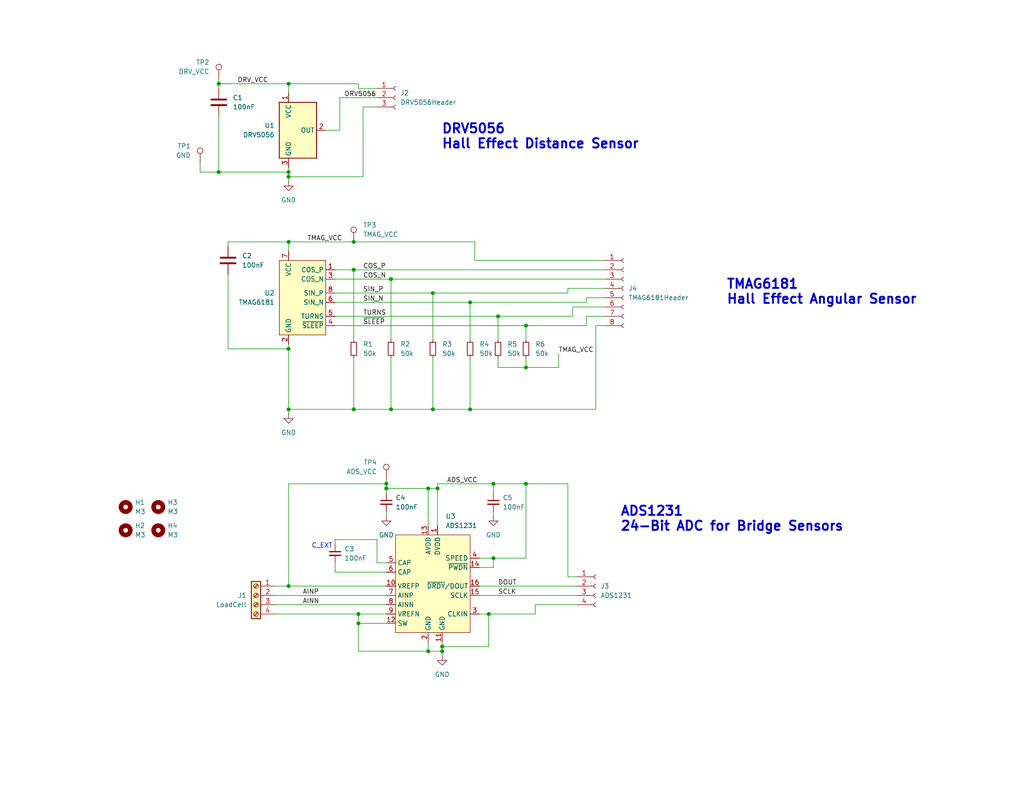
<source format=kicad_sch>
(kicad_sch (version 20231120) (generator "eeschema") (generator_version "8.0")
  (paper "USLetter")
  (title_block (title "Sim Racing Pedal Sensor Eval Board") (date "2024-09-02") (rev "v1") (company "jxorio.dev"))
  (lib_symbols
    (symbol "Connector:Conn_01x03_Socket" (pin_names (offset 1.016) hide)
      (property "Reference" "J" (at 0 5.08 0))
      (property "Value" "Conn_01x03_Socket" (at 0 -5.08 0))
      (symbol "Conn_01x03_Socket_1_1"
        (arc (start 0 -2.032) (mid -0.5058 -2.54) (end 0 -3.048) (stroke (width 0.1524)))
        (polyline (pts (xy -1.27 -2.54) (xy -0.508 -2.54)) (stroke (width 0.1524)))
        (polyline (pts (xy -1.27 0) (xy -0.508 0)) (stroke (width 0.1524)))
        (polyline (pts (xy -1.27 2.54) (xy -0.508 2.54)) (stroke (width 0.1524)))
        (arc (start 0 0.508) (mid -0.5058 0) (end 0 -0.508) (stroke (width 0.1524)))
        (arc (start 0 3.048) (mid -0.5058 2.54) (end 0 2.032) (stroke (width 0.1524)))
        (pin passive line (at -5.08 2.54 0) (length 3.81) (name "Pin_1") (number "1"))
        (pin passive line (at -5.08 0 0) (length 3.81) (name "Pin_2") (number "2"))
        (pin passive line (at -5.08 -2.54 0) (length 3.81) (name "Pin_3") (number "3"))
      )
    )
    (symbol "Connector:Conn_01x04_Socket" (pin_names (offset 1.016) hide)
      (property "Reference" "J" (at 0 5.08 0))
      (property "Value" "Conn_01x04_Socket" (at 0 -7.62 0))
      (symbol "Conn_01x04_Socket_1_1"
        (arc (start 0 -4.572) (mid -0.5058 -5.08) (end 0 -5.588) (stroke (width 0.1524)))
        (arc (start 0 -2.032) (mid -0.5058 -2.54) (end 0 -3.048) (stroke (width 0.1524)))
        (polyline (pts (xy -1.27 -5.08) (xy -0.508 -5.08)) (stroke (width 0.1524)))
        (polyline (pts (xy -1.27 -2.54) (xy -0.508 -2.54)) (stroke (width 0.1524)))
        (polyline (pts (xy -1.27 0) (xy -0.508 0)) (stroke (width 0.1524)))
        (polyline (pts (xy -1.27 2.54) (xy -0.508 2.54)) (stroke (width 0.1524)))
        (arc (start 0 0.508) (mid -0.5058 0) (end 0 -0.508) (stroke (width 0.1524)))
        (arc (start 0 3.048) (mid -0.5058 2.54) (end 0 2.032) (stroke (width 0.1524)))
        (pin passive line (at -5.08 2.54 0) (length 3.81) (name "Pin_1") (number "1"))
        (pin passive line (at -5.08 0 0) (length 3.81) (name "Pin_2") (number "2"))
        (pin passive line (at -5.08 -2.54 0) (length 3.81) (name "Pin_3") (number "3"))
        (pin passive line (at -5.08 -5.08 0) (length 3.81) (name "Pin_4") (number "4"))
      )
    )
    (symbol "Connector:Conn_01x08_Socket" (pin_names (offset 1.016) hide)
      (property "Reference" "J" (at 0 10.16 0))
      (property "Value" "Conn_01x08_Socket" (at 0 -12.7 0))
      (symbol "Conn_01x08_Socket_1_1"
        (arc (start 0 -9.652) (mid -0.5058 -10.16) (end 0 -10.668) (stroke (width 0.1524)))
        (arc (start 0 -7.112) (mid -0.5058 -7.62) (end 0 -8.128) (stroke (width 0.1524)))
        (arc (start 0 -4.572) (mid -0.5058 -5.08) (end 0 -5.588) (stroke (width 0.1524)))
        (arc (start 0 -2.032) (mid -0.5058 -2.54) (end 0 -3.048) (stroke (width 0.1524)))
        (polyline (pts (xy -1.27 -10.16) (xy -0.508 -10.16)) (stroke (width 0.1524)))
        (polyline (pts (xy -1.27 -7.62) (xy -0.508 -7.62)) (stroke (width 0.1524)))
        (polyline (pts (xy -1.27 -5.08) (xy -0.508 -5.08)) (stroke (width 0.1524)))
        (polyline (pts (xy -1.27 -2.54) (xy -0.508 -2.54)) (stroke (width 0.1524)))
        (polyline (pts (xy -1.27 0) (xy -0.508 0)) (stroke (width 0.1524)))
        (polyline (pts (xy -1.27 2.54) (xy -0.508 2.54)) (stroke (width 0.1524)))
        (polyline (pts (xy -1.27 5.08) (xy -0.508 5.08)) (stroke (width 0.1524)))
        (polyline (pts (xy -1.27 7.62) (xy -0.508 7.62)) (stroke (width 0.1524)))
        (arc (start 0 0.508) (mid -0.5058 0) (end 0 -0.508) (stroke (width 0.1524)))
        (arc (start 0 3.048) (mid -0.5058 2.54) (end 0 2.032) (stroke (width 0.1524)))
        (arc (start 0 5.588) (mid -0.5058 5.08) (end 0 4.572) (stroke (width 0.1524)))
        (arc (start 0 8.128) (mid -0.5058 7.62) (end 0 7.112) (stroke (width 0.1524)))
        (pin passive line (at -5.08 7.62 0) (length 3.81) (name "Pin_1") (number "1"))
        (pin passive line (at -5.08 5.08 0) (length 3.81) (name "Pin_2") (number "2"))
        (pin passive line (at -5.08 2.54 0) (length 3.81) (name "Pin_3") (number "3"))
        (pin passive line (at -5.08 0 0) (length 3.81) (name "Pin_4") (number "4"))
        (pin passive line (at -5.08 -2.54 0) (length 3.81) (name "Pin_5") (number "5"))
        (pin passive line (at -5.08 -5.08 0) (length 3.81) (name "Pin_6") (number "6"))
        (pin passive line (at -5.08 -7.62 0) (length 3.81) (name "Pin_7") (number "7"))
        (pin passive line (at -5.08 -10.16 0) (length 3.81) (name "Pin_8") (number "8"))
      )
    )
    (symbol "Connector:Screw_Terminal_01x04" (pin_names (offset 1.016) hide)
      (property "Reference" "J" (at 0 5.08 0))
      (property "Value" "Screw_Terminal_01x04" (at 0 -7.62 0))
      (symbol "Screw_Terminal_01x04_1_1"
        (rectangle (start -1.27 3.81) (end 1.27 -6.35) (stroke (width 0.254)) (fill (type background)))
        (circle (center 0 -5.08) (radius 0.635) (stroke (width 0.1524)))
        (circle (center 0 -2.54) (radius 0.635) (stroke (width 0.1524)))
        (polyline (pts (xy -0.5334 -4.7498) (xy 0.3302 -5.588)) (stroke (width 0.1524)))
        (polyline (pts (xy -0.5334 -2.2098) (xy 0.3302 -3.048)) (stroke (width 0.1524)))
        (polyline (pts (xy -0.5334 0.3302) (xy 0.3302 -0.508)) (stroke (width 0.1524)))
        (polyline (pts (xy -0.5334 2.8702) (xy 0.3302 2.032)) (stroke (width 0.1524)))
        (polyline (pts (xy -0.3556 -4.572) (xy 0.508 -5.4102)) (stroke (width 0.1524)))
        (polyline (pts (xy -0.3556 -2.032) (xy 0.508 -2.8702)) (stroke (width 0.1524)))
        (polyline (pts (xy -0.3556 0.508) (xy 0.508 -0.3302)) (stroke (width 0.1524)))
        (polyline (pts (xy -0.3556 3.048) (xy 0.508 2.2098)) (stroke (width 0.1524)))
        (circle (center 0 0) (radius 0.635) (stroke (width 0.1524)))
        (circle (center 0 2.54) (radius 0.635) (stroke (width 0.1524)))
        (pin passive line (at -5.08 2.54 0) (length 3.81) (name "Pin_1") (number "1"))
        (pin passive line (at -5.08 0 0) (length 3.81) (name "Pin_2") (number "2"))
        (pin passive line (at -5.08 -2.54 0) (length 3.81) (name "Pin_3") (number "3"))
        (pin passive line (at -5.08 -5.08 0) (length 3.81) (name "Pin_4") (number "4"))
      )
    )
    (symbol "Connector:TestPoint" (pin_numbers hide) (pin_names (offset 0.762) hide)
      (property "Reference" "TP" (at 0 6.858 0))
      (property "Value" "TestPoint" (at 0 5.08 0))
      (symbol "TestPoint_0_1"
        (circle (center 0 3.302) (radius 0.762))
      )
      (symbol "TestPoint_1_1"
        (pin passive line (at 0 0 90) (length 2.54) (name "1") (number "1"))
      )
    )
    (symbol "Device:C" (pin_numbers hide) (pin_names (offset 0.254))
      (property "Reference" "C" (at 0.635 2.54 0))
      (property "Value" "C" (at 0.635 -2.54 0))
      (symbol "C_0_1"
        (polyline (pts (xy -2.032 -0.762) (xy 2.032 -0.762)) (stroke (width 0.508)))
        (polyline (pts (xy -2.032 0.762) (xy 2.032 0.762)) (stroke (width 0.508)))
      )
      (symbol "C_1_1"
        (pin passive line (at 0 3.81 270) (length 2.794) (name "~") (number "1"))
        (pin passive line (at 0 -3.81 90) (length 2.794) (name "~") (number "2"))
      )
    )
    (symbol "Device:C_Small" (pin_numbers hide) (pin_names (offset 0.254) hide)
      (property "Reference" "C" (at 0.254 1.778 0))
      (property "Value" "C_Small" (at 0.254 -2.032 0))
      (symbol "C_Small_0_1"
        (polyline (pts (xy -1.524 -0.508) (xy 1.524 -0.508)) (stroke (width 0.3302)))
        (polyline (pts (xy -1.524 0.508) (xy 1.524 0.508)) (stroke (width 0.3048)))
      )
      (symbol "C_Small_1_1"
        (pin passive line (at 0 2.54 270) (length 2.032) (name "~") (number "1"))
        (pin passive line (at 0 -2.54 90) (length 2.032) (name "~") (number "2"))
      )
    )
    (symbol "Device:R_Small" (pin_numbers hide) (pin_names (offset 0.254) hide)
      (property "Reference" "R" (at 0.762 0.508 0))
      (property "Value" "R_Small" (at 0.762 -1.016 0))
      (symbol "R_Small_0_1"
        (rectangle (start -0.762 1.778) (end 0.762 -1.778) (stroke (width 0.2032)))
      )
      (symbol "R_Small_1_1"
        (pin passive line (at 0 2.54 270) (length 0.762) (name "~") (number "1"))
        (pin passive line (at 0 -2.54 90) (length 0.762) (name "~") (number "2"))
      )
    )
    (symbol "Mechanical:MountingHole" (pin_names (offset 1.016)) (exclude_from_sim yes) (in_bom no)
      (property "Reference" "H" (at 0 5.08 0))
      (property "Value" "MountingHole" (at 0 3.175 0))
      (symbol "MountingHole_0_1"
        (circle (center 0 0) (radius 1.27) (stroke (width 1.27)))
      )
    )
    (symbol "Pedals:ADS1231"
      (property "Reference" "U" (at -1.27 29.21 0))
      (property "Value" "ADS1231" (at 5.08 29.21 0))
      (symbol "ADS1231_0_0"
        (pin unspecified line (at 2.54 15.24 270) (length 2.54) (name "DVDD") (number "1"))
        (pin unspecified line (at -11.43 -1.27 0) (length 2.54) (name "VREFP") (number "10"))
        (pin unspecified line (at 3.81 -16.51 90) (length 2.54) (name "GND") (number "11"))
        (pin unspecified line (at -11.43 -11.43 0) (length 2.54) (name "SW") (number "12"))
        (pin unspecified line (at 0 15.24 270) (length 2.54) (name "AVDD") (number "13"))
        (pin unspecified line (at 13.97 3.81 180) (length 2.54) (name "~{PWDN}") (number "14"))
        (pin unspecified line (at 13.97 -3.81 180) (length 2.54) (name "SCLK") (number "15"))
        (pin unspecified line (at 13.97 -1.27 180) (length 2.54) (name "~{DRDY}/DOUT") (number "16"))
        (pin unspecified line (at 0 -16.51 90) (length 2.54) (name "GND") (number "2"))
        (pin unspecified line (at 13.97 -8.89 180) (length 2.54) (name "CLKIN") (number "3"))
        (pin unspecified line (at 13.97 6.35 180) (length 2.54) (name "SPEED") (number "4"))
        (pin unspecified line (at -11.43 5.08 0) (length 2.54) (name "CAP") (number "5"))
        (pin unspecified line (at -11.43 2.54 0) (length 2.54) (name "CAP") (number "6"))
        (pin unspecified line (at -11.43 -3.81 0) (length 2.54) (name "AINP") (number "7"))
        (pin unspecified line (at -11.43 -6.35 0) (length 2.54) (name "AINN") (number "8"))
        (pin unspecified line (at -11.43 -8.89 0) (length 2.54) (name "VREFN") (number "9"))
      )
      (symbol "ADS1231_1_1"
        (rectangle (start -8.89 12.7) (end 11.43 -13.97) (fill (type background)))
      )
    )
    (symbol "Pedals:TMAG6181"
      (property "Reference" "U" (at -2.54 6.35 0))
      (property "Value" "TMAG6181" (at -8.89 6.35 0))
      (symbol "TMAG6181_1_0"
        (pin input line (at 3.81 -17.78 90) (length 2.54) (name "GND") (number "2"))
        (pin input line (at -8.89 0 0) (length 2.54) (name "COS_N") (number "3"))
        (pin input line (at -8.89 -12.7 0) (length 2.54) (name "~{SLEEP}") (number "4"))
        (pin input line (at -8.89 -10.16 0) (length 2.54) (name "TURNS") (number "5"))
        (pin input line (at -8.89 -6.35 0) (length 2.54) (name "SIN_N") (number "6"))
        (pin input line (at 3.81 7.62 270) (length 2.54) (name "VCC") (number "7"))
        (pin input line (at -8.89 -3.81 0) (length 2.54) (name "SIN_P") (number "8"))
      )
      (symbol "TMAG6181_1_1"
        (rectangle (start -6.35 5.08) (end 6.35 -15.24) (fill (type background)))
        (pin input line (at -8.89 2.54 0) (length 2.54) (name "COS_P") (number "1"))
      )
    )
    (symbol "Sensor_Magnetic:DRV5055A1xDBZxQ1"
      (property "Reference" "U" (at 2.54 12.7 0))
      (property "Value" "DRV5055A1xDBZxQ1" (at 2.54 10.16 0))
      (symbol "DRV5055A1xDBZxQ1_1_1"
        (rectangle (start -5.08 7.62) (end 5.08 -7.62) (stroke (width 0.254)) (fill (type background)))
        (pin power_in line (at -2.54 10.16 270) (length 2.54) (name "VCC") (number "1"))
        (pin output line (at 7.62 0 180) (length 2.54) (name "OUT") (number "2"))
        (pin power_in line (at -2.54 -10.16 90) (length 2.54) (name "GND") (number "3"))
      )
    )
    (symbol "power:GND" (power) (pin_numbers hide) (pin_names (offset 0) hide)
      (property "Value" "GND" (at 0 -3.81 0))
      (symbol "GND_0_1"
        (polyline (pts (xy 0 0) (xy 0 -1.27) (xy 1.27 -1.27) (xy 0 -2.54) (xy -1.27 -1.27) (xy 0 -1.27)))
      )
      (symbol "GND_1_1"
        (pin power_in line (at 0 0 270) (length 0) (name "~") (number "1"))
      )
    )
  )
  (junction (at 143.51 100.33))
  (junction (at 97.79 167.64))
  (junction (at 128.27 111.76))
  (junction (at 105.41 132.08))
  (junction (at 134.62 132.08))
  (junction (at 96.52 111.76))
  (junction (at 128.27 82.55))
  (junction (at 96.52 73.66))
  (junction (at 118.11 80.01))
  (junction (at 96.52 66.04))
  (junction (at 135.89 86.36))
  (junction (at 120.65 176.53))
  (junction (at 78.74 111.76))
  (junction (at 116.84 133.35))
  (junction (at 133.35 167.64))
  (junction (at 97.79 170.18))
  (junction (at 120.65 177.8))
  (junction (at 134.62 152.4))
  (junction (at 78.74 48.26))
  (junction (at 106.68 76.2))
  (junction (at 106.68 111.76))
  (junction (at 118.11 111.76))
  (junction (at 78.74 160.02))
  (junction (at 143.51 88.9))
  (junction (at 78.74 66.04))
  (junction (at 78.74 46.99))
  (junction (at 59.69 22.86))
  (junction (at 143.51 132.08))
  (junction (at 105.41 133.35))
  (junction (at 119.38 133.35))
  (junction (at 116.84 177.8))
  (junction (at 59.69 46.99))
  (junction (at 78.74 22.86))
  (junction (at 78.74 95.25))
  (wire (pts (xy 99.06 48.26) (xy 99.06 29.21)))
  (wire (pts (xy 78.74 111.76) (xy 78.74 113.03)))
  (wire (pts (xy 105.41 132.08) (xy 105.41 133.35)))
  (wire (pts (xy 97.79 24.13) (xy 102.87 24.13)))
  (wire (pts (xy 130.81 152.4) (xy 134.62 152.4)))
  (wire (pts (xy 128.27 111.76) (xy 162.56 111.76)))
  (wire (pts (xy 143.51 132.08) (xy 154.94 132.08)))
  (wire (pts (xy 152.4 96.52) (xy 152.4 100.33)))
  (wire (pts (xy 160.02 82.55) (xy 160.02 81.28)))
  (wire (pts (xy 91.44 82.55) (xy 128.27 82.55)))
  (wire (pts (xy 92.71 26.67) (xy 102.87 26.67)))
  (wire (pts (xy 78.74 46.99) (xy 59.69 46.99)))
  (wire (pts (xy 106.68 76.2) (xy 165.1 76.2)))
  (wire (pts (xy 156.21 83.82) (xy 165.1 83.82)))
  (wire (pts (xy 160.02 81.28) (xy 165.1 81.28)))
  (wire (pts (xy 120.65 177.8) (xy 120.65 179.07)))
  (wire (pts (xy 96.52 73.66) (xy 165.1 73.66)))
  (wire (pts (xy 88.9 35.56) (xy 92.71 35.56)))
  (wire (pts (xy 134.62 154.94) (xy 134.62 152.4)))
  (wire (pts (xy 130.81 160.02) (xy 157.48 160.02)))
  (wire (pts (xy 135.89 86.36) (xy 156.21 86.36)))
  (wire (pts (xy 78.74 48.26) (xy 78.74 49.53)))
  (wire (pts (xy 91.44 88.9) (xy 143.51 88.9)))
  (wire (pts (xy 143.51 132.08) (xy 143.51 152.4)))
  (wire (pts (xy 62.23 66.04) (xy 78.74 66.04)))
  (wire (pts (xy 116.84 133.35) (xy 119.38 133.35)))
  (wire (pts (xy 128.27 82.55) (xy 160.02 82.55)))
  (wire (pts (xy 143.51 97.79) (xy 143.51 100.33)))
  (wire (pts (xy 96.52 97.79) (xy 96.52 111.76)))
  (wire (pts (xy 129.54 71.12) (xy 165.1 71.12)))
  (wire (pts (xy 154.94 132.08) (xy 154.94 157.48)))
  (wire (pts (xy 118.11 111.76) (xy 106.68 111.76)))
  (wire (pts (xy 133.35 167.64) (xy 146.05 167.64)))
  (wire (pts (xy 105.41 139.7) (xy 105.41 140.97)))
  (wire (pts (xy 96.52 111.76) (xy 78.74 111.76)))
  (wire (pts (xy 133.35 167.64) (xy 133.35 176.53)))
  (wire (pts (xy 120.65 176.53) (xy 120.65 177.8)))
  (wire (pts (xy 106.68 76.2) (xy 106.68 92.71)))
  (wire (pts (xy 143.51 152.4) (xy 134.62 152.4)))
  (wire (pts (xy 91.44 80.01) (xy 118.11 80.01)))
  (wire (pts (xy 91.44 148.59) (xy 91.44 147.32)))
  (wire (pts (xy 146.05 165.1) (xy 157.48 165.1)))
  (wire (pts (xy 130.81 167.64) (xy 133.35 167.64)))
  (wire (pts (xy 128.27 97.79) (xy 128.27 111.76)))
  (wire (pts (xy 91.44 147.32) (xy 102.87 147.32)))
  (wire (pts (xy 97.79 167.64) (xy 105.41 167.64)))
  (wire (pts (xy 105.41 133.35) (xy 116.84 133.35)))
  (wire (pts (xy 118.11 80.01) (xy 154.94 80.01)))
  (wire (pts (xy 54.61 44.45) (xy 54.61 46.99)))
  (wire (pts (xy 154.94 157.48) (xy 157.48 157.48)))
  (wire (pts (xy 62.23 95.25) (xy 78.74 95.25)))
  (wire (pts (xy 134.62 132.08) (xy 119.38 132.08)))
  (wire (pts (xy 78.74 95.25) (xy 78.74 111.76)))
  (wire (pts (xy 133.35 176.53) (xy 120.65 176.53)))
  (wire (pts (xy 105.41 130.81) (xy 105.41 132.08)))
  (wire (pts (xy 128.27 82.55) (xy 128.27 92.71)))
  (wire (pts (xy 130.81 154.94) (xy 134.62 154.94)))
  (wire (pts (xy 165.1 86.36) (xy 160.02 86.36)))
  (wire (pts (xy 78.74 46.99) (xy 78.74 48.26)))
  (wire (pts (xy 146.05 167.64) (xy 146.05 165.1)))
  (wire (pts (xy 116.84 177.8) (xy 97.79 177.8)))
  (wire (pts (xy 156.21 86.36) (xy 156.21 83.82)))
  (wire (pts (xy 74.93 165.1) (xy 105.41 165.1)))
  (wire (pts (xy 143.51 88.9) (xy 143.51 92.71)))
  (wire (pts (xy 78.74 66.04) (xy 78.74 68.58)))
  (wire (pts (xy 105.41 132.08) (xy 78.74 132.08)))
  (wire (pts (xy 129.54 66.04) (xy 96.52 66.04)))
  (wire (pts (xy 74.93 162.56) (xy 105.41 162.56)))
  (wire (pts (xy 97.79 177.8) (xy 97.79 170.18)))
  (wire (pts (xy 97.79 22.86) (xy 97.79 24.13)))
  (wire (pts (xy 78.74 48.26) (xy 99.06 48.26)))
  (wire (pts (xy 91.44 73.66) (xy 96.52 73.66)))
  (wire (pts (xy 134.62 139.7) (xy 134.62 140.97)))
  (wire (pts (xy 91.44 86.36) (xy 135.89 86.36)))
  (wire (pts (xy 62.23 74.93) (xy 62.23 95.25)))
  (wire (pts (xy 96.52 111.76) (xy 106.68 111.76)))
  (wire (pts (xy 102.87 153.67) (xy 105.41 153.67)))
  (wire (pts (xy 74.93 167.64) (xy 97.79 167.64)))
  (wire (pts (xy 62.23 67.31) (xy 62.23 66.04)))
  (wire (pts (xy 134.62 132.08) (xy 143.51 132.08)))
  (wire (pts (xy 134.62 134.62) (xy 134.62 132.08)))
  (wire (pts (xy 143.51 100.33) (xy 152.4 100.33)))
  (wire (pts (xy 135.89 97.79) (xy 135.89 100.33)))
  (wire (pts (xy 135.89 100.33) (xy 143.51 100.33)))
  (wire (pts (xy 78.74 132.08) (xy 78.74 160.02)))
  (wire (pts (xy 102.87 147.32) (xy 102.87 153.67)))
  (wire (pts (xy 165.1 88.9) (xy 162.56 88.9)))
  (wire (pts (xy 91.44 76.2) (xy 106.68 76.2)))
  (wire (pts (xy 119.38 133.35) (xy 119.38 143.51)))
  (wire (pts (xy 105.41 156.21) (xy 91.44 156.21)))
  (wire (pts (xy 105.41 170.18) (xy 97.79 170.18)))
  (wire (pts (xy 59.69 22.86) (xy 78.74 22.86)))
  (wire (pts (xy 59.69 46.99) (xy 59.69 31.75)))
  (wire (pts (xy 92.71 35.56) (xy 92.71 26.67)))
  (wire (pts (xy 120.65 177.8) (xy 116.84 177.8)))
  (wire (pts (xy 118.11 80.01) (xy 118.11 92.71)))
  (wire (pts (xy 154.94 80.01) (xy 154.94 78.74)))
  (wire (pts (xy 59.69 21.59) (xy 59.69 22.86)))
  (wire (pts (xy 130.81 162.56) (xy 157.48 162.56)))
  (wire (pts (xy 78.74 22.86) (xy 97.79 22.86)))
  (wire (pts (xy 74.93 160.02) (xy 78.74 160.02)))
  (wire (pts (xy 120.65 175.26) (xy 120.65 176.53)))
  (wire (pts (xy 143.51 88.9) (xy 160.02 88.9)))
  (wire (pts (xy 106.68 97.79) (xy 106.68 111.76)))
  (wire (pts (xy 128.27 111.76) (xy 118.11 111.76)))
  (wire (pts (xy 96.52 66.04) (xy 78.74 66.04)))
  (wire (pts (xy 78.74 93.98) (xy 78.74 95.25)))
  (wire (pts (xy 162.56 88.9) (xy 162.56 111.76)))
  (wire (pts (xy 116.84 177.8) (xy 116.84 175.26)))
  (wire (pts (xy 116.84 133.35) (xy 116.84 143.51)))
  (wire (pts (xy 105.41 134.62) (xy 105.41 133.35)))
  (wire (pts (xy 59.69 24.13) (xy 59.69 22.86)))
  (wire (pts (xy 129.54 71.12) (xy 129.54 66.04)))
  (wire (pts (xy 91.44 156.21) (xy 91.44 153.67)))
  (wire (pts (xy 99.06 29.21) (xy 102.87 29.21)))
  (wire (pts (xy 78.74 22.86) (xy 78.74 25.4)))
  (wire (pts (xy 78.74 160.02) (xy 105.41 160.02)))
  (wire (pts (xy 135.89 86.36) (xy 135.89 92.71)))
  (wire (pts (xy 154.94 78.74) (xy 165.1 78.74)))
  (wire (pts (xy 160.02 86.36) (xy 160.02 88.9)))
  (wire (pts (xy 78.74 45.72) (xy 78.74 46.99)))
  (wire (pts (xy 118.11 97.79) (xy 118.11 111.76)))
  (wire (pts (xy 97.79 170.18) (xy 97.79 167.64)))
  (wire (pts (xy 96.52 73.66) (xy 96.52 92.71)))
  (wire (pts (xy 119.38 132.08) (xy 119.38 133.35)))
  (wire (pts (xy 54.61 46.99) (xy 59.69 46.99)))
  (text "TMAG6181\nHall Effect Angular Sensor" (at 198.12 79.756 0) (effects (font (size 2.54 2.54) (thickness 0.508) (bold yes)) (justify left)))
  (text "ADS1231\n24-Bit ADC for Bridge Sensors" (at 169.164 141.732 0) (effects (font (size 2.54 2.54) (bold yes)) (justify left)))
  (text "DRV5056\nHall Effect Distance Sensor" (at 120.396 37.338 0) (effects (font (size 2.54 2.54) (thickness 0.508) (bold yes)) (justify left)))
  (text "C_EXT\n" (at 87.884 149.098 0) (effects (font (size 1.27 1.27))))
  (label "DRV5056" (at 93.98 26.67 0))
  (label "ADS_VCC" (at 121.92 132.08 0))
  (label "DRV_VCC" (at 64.77 22.86 0))
  (label "SIN_N" (at 99.06 82.55 0))
  (label "~{SLEEP}" (at 99.06 88.9 0))
  (label "COS_N" (at 99.06 76.2 0))
  (label "SCLK" (at 135.89 162.56 0))
  (label "AINP" (at 82.55 162.56 0))
  (label "TURNS" (at 99.06 86.36 0))
  (label "TMAG_VCC" (at 152.4 96.52 0))
  (label "SIN_P" (at 99.06 80.01 0))
  (label "AINN" (at 82.55 165.1 0))
  (label "DOUT" (at 135.89 160.02 0))
  (label "TMAG_VCC" (at 83.82 66.04 0))
  (label "COS_P" (at 99.06 73.66 0))
  (symbol (lib_id "Connector:Conn_01x08_Socket") (at 170.18 78.74 0) (unit 1)
    (property "Reference" "J4" (at 171.45 78.7399 0) (effects (justify left)))
    (property "Value" "TMAG6181Header" (at 171.45 81.2799 0) (effects (justify left)))
    (property "Footprint" "Connector_PinSocket_2.54mm:PinSocket_1x08_P2.54mm_Vertical" (effects (hide yes)))
    (property "Description" "Generic connector, single row, 01x08, script generated" (effects (hide yes)))
  )
  (symbol (lib_id "Connector:TestPoint") (at 105.41 130.81 0) (mirror y) (unit 1)
    (property "Reference" "TP4" (at 102.87 126.2379 0) (effects (justify left)))
    (property "Value" "ADS_VCC" (at 102.87 128.7779 0) (effects (justify left)))
    (property "Footprint" "TestPoint:TestPoint_Pad_1.5x1.5mm" (effects (hide yes)))
    (property "Description" "test point" (effects (hide yes)))
  )
  (symbol (lib_id "Connector:Screw_Terminal_01x04") (at 69.85 162.56 0) (mirror y) (unit 1)
    (property "Reference" "J1" (at 67.31 162.5599 0) (effects (justify left)))
    (property "Value" "LoadCell" (at 67.31 165.0999 0) (effects (justify left)))
    (property "Footprint" "TerminalBlock_TE-Connectivity:TerminalBlock_TE_282834-4_1x04_P2.54mm_Horizontal" (effects (hide yes)))
    (property "Description" "Generic screw terminal, single row, 01x04, script generated (kicad-library-utils/schlib/autogen/connector/)" (effects (hide yes)))
  )
  (symbol (lib_id "Device:C") (at 62.23 71.12 0) (unit 1)
    (property "Reference" "C2" (at 66.04 69.8499 0) (effects (justify left)))
    (property "Value" "100nF" (at 66.04 72.3899 0) (effects (justify left)))
    (property "Footprint" "Capacitor_SMD:C_0805_2012Metric" (effects (hide yes)))
    (property "Description" "Unpolarized capacitor" (effects (hide yes)))
  )
  (symbol (lib_id "power:GND") (at 134.62 140.97 0) (unit 1)
    (property "Reference" "#PWR05" (effects (hide yes)))
    (property "Value" "GND" (at 134.62 146.05 0))
    (property "Description" "Power symbol creates a global label with name \"GND\" , ground" (effects (hide yes)))
  )
  (symbol (lib_id "power:GND") (at 78.74 113.03 0) (unit 1)
    (property "Reference" "#PWR02" (effects (hide yes)))
    (property "Value" "GND" (at 78.74 118.11 0))
    (property "Description" "Power symbol creates a global label with name \"GND\" , ground" (effects (hide yes)))
  )
  (symbol (lib_id "Connector:Conn_01x04_Socket") (at 162.56 160.02 0) (unit 1)
    (property "Reference" "J3" (at 163.83 160.0199 0) (effects (justify left)))
    (property "Value" "ADS1231" (at 163.83 162.5599 0) (effects (justify left)))
    (property "Footprint" "Connector_PinSocket_2.54mm:PinSocket_1x04_P2.54mm_Vertical" (effects (hide yes)))
    (property "Description" "Generic connector, single row, 01x04, script generated" (effects (hide yes)))
  )
  (symbol (lib_id "Sensor_Magnetic:DRV5055A1xDBZxQ1") (at 81.28 35.56 0) (unit 1)
    (property "Reference" "U1" (at 74.93 34.2899 0) (effects (justify right)))
    (property "Value" "DRV5056" (at 74.93 36.8299 0) (effects (justify right)))
    (property "Footprint" "Package_TO_SOT_SMD:SOT-23" (effects (hide yes)))
    (property "Datasheet" "https://www.ti.com/lit/ds/symlink/drv5055-q1.pdf" (effects (hide yes)))
    (property "Description" "100 mV/mT,±21-mT, 20-kHz, 3.3/5V, SOT-23" (effects (hide yes)))
  )
  (symbol (lib_id "Device:C_Small") (at 134.62 137.16 0) (unit 1)
    (property "Reference" "C5" (at 137.16 135.8962 0) (effects (justify left)))
    (property "Value" "100nF" (at 137.16 138.4362 0) (effects (justify left)))
    (property "Footprint" "Capacitor_SMD:C_0805_2012Metric" (effects (hide yes)))
    (property "Description" "Unpolarized capacitor, small symbol" (effects (hide yes)))
  )
  (symbol (lib_id "Device:C") (at 59.69 27.94 0) (unit 1)
    (property "Reference" "C1" (at 63.5 26.6699 0) (effects (justify left)))
    (property "Value" "100nF" (at 63.5 29.2099 0) (effects (justify left)))
    (property "Footprint" "Capacitor_SMD:C_0805_2012Metric" (effects (hide yes)))
    (property "Description" "Unpolarized capacitor" (effects (hide yes)))
  )
  (symbol (lib_id "Device:R_Small") (at 96.52 95.25 0) (unit 1)
    (property "Reference" "R1" (at 99.06 93.9799 0) (effects (justify left)))
    (property "Value" "50k" (at 99.06 96.5199 0) (effects (justify left)))
    (property "Footprint" "Resistor_SMD:R_0805_2012Metric" (effects (hide yes)))
    (property "Description" "Resistor, small symbol" (effects (hide yes)))
  )
  (symbol (lib_id "power:GND") (at 120.65 179.07 0) (unit 1)
    (property "Reference" "#PWR04" (effects (hide yes)))
    (property "Value" "GND" (at 120.65 184.15 0))
    (property "Description" "Power symbol creates a global label with name \"GND\" , ground" (effects (hide yes)))
  )
  (symbol (lib_id "Device:C_Small") (at 91.44 151.13 0) (unit 1)
    (property "Reference" "C3" (at 93.98 149.8662 0) (effects (justify left)))
    (property "Value" "100nF" (at 93.98 152.4062 0) (effects (justify left)))
    (property "Footprint" "Capacitor_SMD:C_0805_2012Metric" (effects (hide yes)))
    (property "Description" "Unpolarized capacitor, small symbol" (effects (hide yes)))
  )
  (symbol (lib_id "power:GND") (at 78.74 49.53 0) (unit 1)
    (property "Reference" "#PWR01" (effects (hide yes)))
    (property "Value" "GND" (at 78.74 54.61 0))
    (property "Description" "Power symbol creates a global label with name \"GND\" , ground" (effects (hide yes)))
  )
  (symbol (lib_id "Mechanical:MountingHole") (at 43.18 144.78 0) (unit 1) (exclude_from_sim yes) (in_bom no)
    (property "Reference" "H4" (at 45.72 143.5099 0) (effects (justify left)))
    (property "Value" "M3" (at 45.72 146.0499 0) (effects (justify left)))
    (property "Footprint" "MountingHole:MountingHole_3.2mm_M3" (effects (hide yes)))
    (property "Description" "Mounting Hole without connection" (effects (hide yes)))
  )
  (symbol (lib_id "Device:R_Small") (at 106.68 95.25 0) (unit 1)
    (property "Reference" "R2" (at 109.22 93.9799 0) (effects (justify left)))
    (property "Value" "50k" (at 109.22 96.5199 0) (effects (justify left)))
    (property "Footprint" "Resistor_SMD:R_0805_2012Metric" (effects (hide yes)))
    (property "Description" "Resistor, small symbol" (effects (hide yes)))
  )
  (symbol (lib_id "Connector:TestPoint") (at 59.69 21.59 0) (mirror y) (unit 1)
    (property "Reference" "TP2" (at 57.15 17.0179 0) (effects (justify left)))
    (property "Value" "DRV_VCC" (at 57.15 19.5579 0) (effects (justify left)))
    (property "Footprint" "TestPoint:TestPoint_Pad_1.5x1.5mm" (effects (hide yes)))
    (property "Description" "test point" (effects (hide yes)))
  )
  (symbol (lib_id "Connector:Conn_01x03_Socket") (at 107.95 26.67 0) (unit 1)
    (property "Reference" "J2" (at 109.22 25.3999 0) (effects (justify left)))
    (property "Value" "DRV5056Header" (at 109.22 27.9399 0) (effects (justify left)))
    (property "Footprint" "Connector_PinSocket_2.54mm:PinSocket_1x03_P2.54mm_Vertical" (effects (hide yes)))
    (property "Description" "Generic connector, single row, 01x03, script generated" (effects (hide yes)))
  )
  (symbol (lib_id "Connector:TestPoint") (at 54.61 44.45 0) (mirror y) (unit 1)
    (property "Reference" "TP1" (at 52.07 39.8779 0) (effects (justify left)))
    (property "Value" "GND" (at 52.07 42.4179 0) (effects (justify left)))
    (property "Footprint" "TestPoint:TestPoint_Pad_1.5x1.5mm" (effects (hide yes)))
    (property "Description" "test point" (effects (hide yes)))
  )
  (symbol (lib_id "Mechanical:MountingHole") (at 43.18 138.43 0) (unit 1) (exclude_from_sim yes) (in_bom no)
    (property "Reference" "H3" (at 45.72 137.1599 0) (effects (justify left)))
    (property "Value" "M3" (at 45.72 139.6999 0) (effects (justify left)))
    (property "Footprint" "MountingHole:MountingHole_3.2mm_M3" (effects (hide yes)))
    (property "Description" "Mounting Hole without connection" (effects (hide yes)))
  )
  (symbol (lib_id "Device:C_Small") (at 105.41 137.16 0) (unit 1)
    (property "Reference" "C4" (at 107.95 135.8962 0) (effects (justify left)))
    (property "Value" "100nF" (at 107.95 138.4362 0) (effects (justify left)))
    (property "Footprint" "Capacitor_SMD:C_0805_2012Metric" (effects (hide yes)))
    (property "Description" "Unpolarized capacitor, small symbol" (effects (hide yes)))
  )
  (symbol (lib_id "Mechanical:MountingHole") (at 34.29 138.43 0) (unit 1) (exclude_from_sim yes) (in_bom no)
    (property "Reference" "H1" (at 36.83 137.1599 0) (effects (justify left)))
    (property "Value" "M3" (at 36.83 139.6999 0) (effects (justify left)))
    (property "Footprint" "MountingHole:MountingHole_3.2mm_M3" (effects (hide yes)))
    (property "Description" "Mounting Hole without connection" (effects (hide yes)))
  )
  (symbol (lib_id "Pedals:ADS1231") (at 116.84 158.75 0) (unit 1)
    (property "Reference" "U3" (at 121.5741 140.97 0) (effects (justify left)))
    (property "Value" "ADS1231" (at 121.5741 143.51 0) (effects (justify left)))
    (property "Footprint" "Package_SO:SO-16_3.9x9.9mm_P1.27mm" (effects (hide yes)))
  )
  (symbol (lib_id "Device:R_Small") (at 118.11 95.25 0) (unit 1)
    (property "Reference" "R3" (at 120.65 93.9799 0) (effects (justify left)))
    (property "Value" "50k" (at 120.65 96.5199 0) (effects (justify left)))
    (property "Footprint" "Resistor_SMD:R_0805_2012Metric" (effects (hide yes)))
    (property "Description" "Resistor, small symbol" (effects (hide yes)))
  )
  (symbol (lib_id "Device:R_Small") (at 143.51 95.25 0) (unit 1)
    (property "Reference" "R6" (at 146.05 93.9799 0) (effects (justify left)))
    (property "Value" "50k" (at 146.05 96.5199 0) (effects (justify left)))
    (property "Footprint" "Resistor_SMD:R_0805_2012Metric" (effects (hide yes)))
    (property "Description" "Resistor, small symbol" (effects (hide yes)))
  )
  (symbol (lib_id "Pedals:TMAG6181") (at 82.55 76.2 0) (mirror y) (unit 1)
    (property "Reference" "U2" (at 74.93 80.0099 0) (effects (justify left)))
    (property "Value" "TMAG6181" (at 74.93 82.5499 0) (effects (justify left)))
    (property "Footprint" "Package_SO:VSSOP-8_3.0x3.0mm_P0.65mm" (effects (hide yes)))
  )
  (symbol (lib_id "power:GND") (at 105.41 140.97 0) (unit 1)
    (property "Reference" "#PWR03" (effects (hide yes)))
    (property "Value" "GND" (at 105.41 146.05 0))
    (property "Description" "Power symbol creates a global label with name \"GND\" , ground" (effects (hide yes)))
  )
  (symbol (lib_id "Mechanical:MountingHole") (at 34.29 144.78 0) (unit 1) (exclude_from_sim yes) (in_bom no)
    (property "Reference" "H2" (at 36.83 143.5099 0) (effects (justify left)))
    (property "Value" "M3" (at 36.83 146.0499 0) (effects (justify left)))
    (property "Footprint" "MountingHole:MountingHole_3.2mm_M3" (effects (hide yes)))
    (property "Description" "Mounting Hole without connection" (effects (hide yes)))
  )
  (symbol (lib_id "Connector:TestPoint") (at 96.52 66.04 0) (unit 1)
    (property "Reference" "TP3" (at 99.06 61.4679 0) (effects (justify left)))
    (property "Value" "TMAG_VCC" (at 99.06 64.0079 0) (effects (justify left)))
    (property "Footprint" "TestPoint:TestPoint_Pad_1.5x1.5mm" (effects (hide yes)))
    (property "Description" "test point" (effects (hide yes)))
  )
  (symbol (lib_id "Device:R_Small") (at 135.89 95.25 0) (unit 1)
    (property "Reference" "R5" (at 138.43 93.9799 0) (effects (justify left)))
    (property "Value" "50k" (at 138.43 96.5199 0) (effects (justify left)))
    (property "Footprint" "Resistor_SMD:R_0805_2012Metric" (effects (hide yes)))
    (property "Description" "Resistor, small symbol" (effects (hide yes)))
  )
  (symbol (lib_id "Device:R_Small") (at 128.27 95.25 0) (unit 1)
    (property "Reference" "R4" (at 130.81 93.9799 0) (effects (justify left)))
    (property "Value" "50k" (at 130.81 96.5199 0) (effects (justify left)))
    (property "Footprint" "Resistor_SMD:R_0805_2012Metric" (effects (hide yes)))
    (property "Description" "Resistor, small symbol" (effects (hide yes)))
  )
)
</source>
